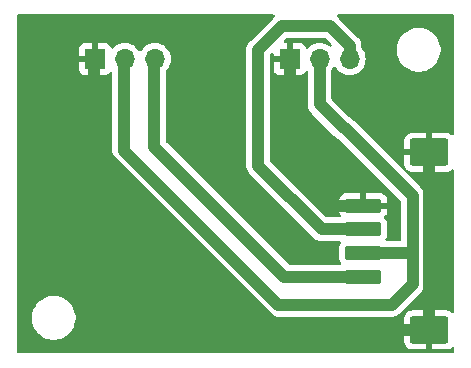
<source format=gbr>
%TF.GenerationSoftware,KiCad,Pcbnew,8.0.1*%
%TF.CreationDate,2024-05-29T15:12:31+02:00*%
%TF.ProjectId,SignalsPort,5369676e-616c-4735-906f-72742e6b6963,rev?*%
%TF.SameCoordinates,Original*%
%TF.FileFunction,Copper,L1,Top*%
%TF.FilePolarity,Positive*%
%FSLAX46Y46*%
G04 Gerber Fmt 4.6, Leading zero omitted, Abs format (unit mm)*
G04 Created by KiCad (PCBNEW 8.0.1) date 2024-05-29 15:12:31*
%MOMM*%
%LPD*%
G01*
G04 APERTURE LIST*
G04 Aperture macros list*
%AMRoundRect*
0 Rectangle with rounded corners*
0 $1 Rounding radius*
0 $2 $3 $4 $5 $6 $7 $8 $9 X,Y pos of 4 corners*
0 Add a 4 corners polygon primitive as box body*
4,1,4,$2,$3,$4,$5,$6,$7,$8,$9,$2,$3,0*
0 Add four circle primitives for the rounded corners*
1,1,$1+$1,$2,$3*
1,1,$1+$1,$4,$5*
1,1,$1+$1,$6,$7*
1,1,$1+$1,$8,$9*
0 Add four rect primitives between the rounded corners*
20,1,$1+$1,$2,$3,$4,$5,0*
20,1,$1+$1,$4,$5,$6,$7,0*
20,1,$1+$1,$6,$7,$8,$9,0*
20,1,$1+$1,$8,$9,$2,$3,0*%
G04 Aperture macros list end*
%TA.AperFunction,SMDPad,CuDef*%
%ADD10RoundRect,0.250001X1.399999X-0.899999X1.399999X0.899999X-1.399999X0.899999X-1.399999X-0.899999X0*%
%TD*%
%TA.AperFunction,SMDPad,CuDef*%
%ADD11RoundRect,0.250000X1.300000X-0.350000X1.300000X0.350000X-1.300000X0.350000X-1.300000X-0.350000X0*%
%TD*%
%TA.AperFunction,ComponentPad*%
%ADD12R,1.700000X1.700000*%
%TD*%
%TA.AperFunction,ComponentPad*%
%ADD13O,1.700000X1.700000*%
%TD*%
%TA.AperFunction,Conductor*%
%ADD14C,1.000000*%
%TD*%
G04 APERTURE END LIST*
D10*
%TO.P,J3,MP*%
%TO.N,GNDREF*%
X151500000Y-98480000D03*
X151500000Y-113520000D03*
D11*
%TO.P,J3,4,Pin_4*%
X145900000Y-103000000D03*
%TO.P,J3,3,Pin_3*%
%TO.N,Net-(J1-Pin_3)*%
X145900000Y-105000000D03*
%TO.P,J3,2,Pin_2*%
%TO.N,+6V*%
X145900000Y-107000000D03*
%TO.P,J3,1,Pin_1*%
%TO.N,Net-(J2-Pin_3)*%
X145900000Y-109000000D03*
%TD*%
D12*
%TO.P,J2,1,Pin_1*%
%TO.N,GNDREF*%
X123175000Y-90575000D03*
D13*
%TO.P,J2,2,Pin_2*%
%TO.N,+6V*%
X125715000Y-90575000D03*
%TO.P,J2,3,Pin_3*%
%TO.N,Net-(J2-Pin_3)*%
X128255000Y-90575000D03*
%TD*%
D12*
%TO.P,J1,1,Pin_1*%
%TO.N,GNDREF*%
X139675000Y-90575000D03*
D13*
%TO.P,J1,2,Pin_2*%
%TO.N,+6V*%
X142215000Y-90575000D03*
%TO.P,J1,3,Pin_3*%
%TO.N,Net-(J1-Pin_3)*%
X144755000Y-90575000D03*
%TD*%
D14*
%TO.N,Net-(J1-Pin_3)*%
X137000000Y-89800000D02*
X137000000Y-99600000D01*
X139000000Y-87800000D02*
X137000000Y-89800000D01*
X143100000Y-87800000D02*
X139000000Y-87800000D01*
X142400000Y-105000000D02*
X145900000Y-105000000D01*
X144755000Y-89455000D02*
X143100000Y-87800000D01*
X144755000Y-90575000D02*
X144755000Y-89455000D01*
X137000000Y-99600000D02*
X142400000Y-105000000D01*
%TO.N,+6V*%
X150100000Y-102200000D02*
X150100000Y-107000000D01*
X144340000Y-96440000D02*
X150100000Y-102200000D01*
X144240000Y-96440000D02*
X144340000Y-96440000D01*
X142215000Y-94415000D02*
X144240000Y-96440000D01*
X142215000Y-90575000D02*
X142215000Y-94415000D01*
%TO.N,GNDREF*%
X139675000Y-99275000D02*
X139675000Y-90575000D01*
X143400000Y-103000000D02*
X139675000Y-99275000D01*
X145900000Y-103000000D02*
X143400000Y-103000000D01*
%TO.N,Net-(J2-Pin_3)*%
X128200000Y-98000000D02*
X139200000Y-109000000D01*
X128200000Y-90630000D02*
X128200000Y-98000000D01*
X128255000Y-90575000D02*
X128200000Y-90630000D01*
X139200000Y-109000000D02*
X145900000Y-109000000D01*
%TO.N,+6V*%
X138700000Y-111400000D02*
X125660000Y-98360000D01*
X150100000Y-109600000D02*
X148300000Y-111400000D01*
X148300000Y-111400000D02*
X138700000Y-111400000D01*
X125660000Y-98360000D02*
X125660000Y-90630000D01*
X125660000Y-90630000D02*
X125715000Y-90575000D01*
X150100000Y-107000000D02*
X150100000Y-109600000D01*
%TO.N,GNDREF*%
X123120000Y-90630000D02*
X123175000Y-90575000D01*
X138840102Y-113520000D02*
X123120000Y-97799898D01*
X151500000Y-113520000D02*
X138840102Y-113520000D01*
X123120000Y-97799898D02*
X123120000Y-90630000D01*
X151500000Y-113520000D02*
X151500000Y-98480000D01*
%TO.N,+6V*%
X145900000Y-107000000D02*
X150100000Y-107000000D01*
%TD*%
%TA.AperFunction,Conductor*%
%TO.N,GNDREF*%
G36*
X138353647Y-86820185D02*
G01*
X138399402Y-86872989D01*
X138409346Y-86942147D01*
X138380321Y-87005703D01*
X138365275Y-87020352D01*
X138362218Y-87022860D01*
X138292540Y-87092539D01*
X138222861Y-87162218D01*
X138222858Y-87162221D01*
X136362221Y-89022858D01*
X136362218Y-89022861D01*
X136301726Y-89083353D01*
X136222859Y-89162219D01*
X136113371Y-89326079D01*
X136113364Y-89326092D01*
X136037950Y-89508160D01*
X136037947Y-89508170D01*
X135999500Y-89701456D01*
X135999500Y-89701459D01*
X135999500Y-99698541D01*
X135999500Y-99698543D01*
X135999499Y-99698543D01*
X136037947Y-99891829D01*
X136037950Y-99891839D01*
X136113364Y-100073907D01*
X136113371Y-100073920D01*
X136222860Y-100237781D01*
X136222863Y-100237785D01*
X136366537Y-100381459D01*
X136366559Y-100381479D01*
X141619735Y-105634655D01*
X141619764Y-105634686D01*
X141762214Y-105777136D01*
X141762218Y-105777139D01*
X141926079Y-105886628D01*
X141926092Y-105886635D01*
X142054833Y-105939961D01*
X142097744Y-105957735D01*
X142108164Y-105962051D01*
X142204812Y-105981275D01*
X142240098Y-105988294D01*
X142301458Y-106000500D01*
X142301459Y-106000500D01*
X142301460Y-106000500D01*
X142498540Y-106000500D01*
X143896659Y-106000500D01*
X143963698Y-106020185D01*
X144009453Y-106072989D01*
X144019397Y-106142147D01*
X144002198Y-106189596D01*
X143915189Y-106330659D01*
X143915186Y-106330666D01*
X143860001Y-106497203D01*
X143860001Y-106497204D01*
X143860000Y-106497204D01*
X143849500Y-106599983D01*
X143849500Y-107400001D01*
X143849501Y-107400019D01*
X143860000Y-107502796D01*
X143860001Y-107502799D01*
X143915185Y-107669331D01*
X143915189Y-107669340D01*
X144002198Y-107810404D01*
X144020638Y-107877796D01*
X143999715Y-107944459D01*
X143946073Y-107989229D01*
X143896659Y-107999500D01*
X139665782Y-107999500D01*
X139598743Y-107979815D01*
X139578101Y-107963181D01*
X129236819Y-97621899D01*
X129203334Y-97560576D01*
X129200500Y-97534218D01*
X129200500Y-91590758D01*
X129220185Y-91523719D01*
X129236819Y-91503077D01*
X129255500Y-91484396D01*
X129293495Y-91446401D01*
X129429035Y-91252830D01*
X129528903Y-91038663D01*
X129590063Y-90810408D01*
X129610659Y-90575000D01*
X129590063Y-90339592D01*
X129528903Y-90111337D01*
X129429035Y-89897171D01*
X129423425Y-89889158D01*
X129293494Y-89703597D01*
X129126402Y-89536506D01*
X129126395Y-89536501D01*
X129115021Y-89528537D01*
X129083447Y-89506428D01*
X128932834Y-89400967D01*
X128932830Y-89400965D01*
X128861727Y-89367809D01*
X128718663Y-89301097D01*
X128718659Y-89301096D01*
X128718655Y-89301094D01*
X128490413Y-89239938D01*
X128490403Y-89239936D01*
X128255001Y-89219341D01*
X128254999Y-89219341D01*
X128019596Y-89239936D01*
X128019586Y-89239938D01*
X127791344Y-89301094D01*
X127791335Y-89301098D01*
X127577171Y-89400964D01*
X127577169Y-89400965D01*
X127383597Y-89536505D01*
X127216505Y-89703597D01*
X127086575Y-89889158D01*
X127031998Y-89932783D01*
X126962500Y-89939977D01*
X126900145Y-89908454D01*
X126883425Y-89889158D01*
X126753494Y-89703597D01*
X126586402Y-89536506D01*
X126586395Y-89536501D01*
X126575021Y-89528537D01*
X126543447Y-89506428D01*
X126392834Y-89400967D01*
X126392830Y-89400965D01*
X126321727Y-89367809D01*
X126178663Y-89301097D01*
X126178659Y-89301096D01*
X126178655Y-89301094D01*
X125950413Y-89239938D01*
X125950403Y-89239936D01*
X125715001Y-89219341D01*
X125714999Y-89219341D01*
X125479596Y-89239936D01*
X125479586Y-89239938D01*
X125251344Y-89301094D01*
X125251335Y-89301098D01*
X125037171Y-89400964D01*
X125037169Y-89400965D01*
X124843600Y-89536503D01*
X124721284Y-89658819D01*
X124659961Y-89692303D01*
X124590269Y-89687319D01*
X124534336Y-89645447D01*
X124517421Y-89614470D01*
X124468354Y-89482913D01*
X124468350Y-89482906D01*
X124382190Y-89367812D01*
X124382187Y-89367809D01*
X124267093Y-89281649D01*
X124267086Y-89281645D01*
X124132379Y-89231403D01*
X124132372Y-89231401D01*
X124072844Y-89225000D01*
X123425000Y-89225000D01*
X123425000Y-90141988D01*
X123367993Y-90109075D01*
X123240826Y-90075000D01*
X123109174Y-90075000D01*
X122982007Y-90109075D01*
X122925000Y-90141988D01*
X122925000Y-89225000D01*
X122277155Y-89225000D01*
X122217627Y-89231401D01*
X122217620Y-89231403D01*
X122082913Y-89281645D01*
X122082906Y-89281649D01*
X121967812Y-89367809D01*
X121967809Y-89367812D01*
X121881649Y-89482906D01*
X121881645Y-89482913D01*
X121831403Y-89617620D01*
X121831401Y-89617627D01*
X121825000Y-89677155D01*
X121825000Y-90325000D01*
X122741988Y-90325000D01*
X122709075Y-90382007D01*
X122675000Y-90509174D01*
X122675000Y-90640826D01*
X122709075Y-90767993D01*
X122741988Y-90825000D01*
X121825000Y-90825000D01*
X121825000Y-91472844D01*
X121831401Y-91532372D01*
X121831403Y-91532379D01*
X121881645Y-91667086D01*
X121881649Y-91667093D01*
X121967809Y-91782187D01*
X121967812Y-91782190D01*
X122082906Y-91868350D01*
X122082913Y-91868354D01*
X122217620Y-91918596D01*
X122217627Y-91918598D01*
X122277155Y-91924999D01*
X122277172Y-91925000D01*
X122925000Y-91925000D01*
X122925000Y-91008012D01*
X122982007Y-91040925D01*
X123109174Y-91075000D01*
X123240826Y-91075000D01*
X123367993Y-91040925D01*
X123425000Y-91008012D01*
X123425000Y-91925000D01*
X124072828Y-91925000D01*
X124072844Y-91924999D01*
X124132372Y-91918598D01*
X124132379Y-91918596D01*
X124267086Y-91868354D01*
X124267093Y-91868350D01*
X124382186Y-91782190D01*
X124436233Y-91709995D01*
X124492167Y-91668124D01*
X124561859Y-91663140D01*
X124623182Y-91696625D01*
X124656666Y-91757949D01*
X124659500Y-91784306D01*
X124659500Y-98458544D01*
X124695152Y-98637779D01*
X124697948Y-98651834D01*
X124697949Y-98651838D01*
X124773364Y-98833907D01*
X124773371Y-98833920D01*
X124882860Y-98997781D01*
X124882863Y-98997785D01*
X125026537Y-99141459D01*
X125026559Y-99141479D01*
X137919735Y-112034655D01*
X137919764Y-112034686D01*
X138062214Y-112177136D01*
X138062218Y-112177139D01*
X138226079Y-112286628D01*
X138226092Y-112286635D01*
X138354833Y-112339961D01*
X138397744Y-112357735D01*
X138408164Y-112362051D01*
X138504812Y-112381275D01*
X138553135Y-112390887D01*
X138601458Y-112400500D01*
X138601459Y-112400500D01*
X148398542Y-112400500D01*
X148417870Y-112396655D01*
X148495188Y-112381275D01*
X148591836Y-112362051D01*
X148645165Y-112339961D01*
X148773914Y-112286632D01*
X148937782Y-112177139D01*
X149077139Y-112037782D01*
X149077139Y-112037780D01*
X149087347Y-112027573D01*
X149087348Y-112027570D01*
X150877139Y-110237782D01*
X150986631Y-110073915D01*
X150986632Y-110073914D01*
X151062051Y-109891835D01*
X151100500Y-109698541D01*
X151100500Y-106901459D01*
X151100500Y-102101459D01*
X151100500Y-102101456D01*
X151062052Y-101908170D01*
X151062051Y-101908169D01*
X151062051Y-101908165D01*
X151058669Y-101900000D01*
X150986635Y-101726092D01*
X150986628Y-101726079D01*
X150877139Y-101562218D01*
X150877136Y-101562214D01*
X150734686Y-101419764D01*
X150734655Y-101419735D01*
X149482995Y-100168075D01*
X149449510Y-100106752D01*
X149454494Y-100037060D01*
X149491559Y-99987547D01*
X149449019Y-100023052D01*
X149379689Y-100031713D01*
X149316681Y-100001517D01*
X149311924Y-99997004D01*
X148044920Y-98730000D01*
X149350000Y-98730000D01*
X149350000Y-99429985D01*
X149360493Y-99532689D01*
X149360494Y-99532696D01*
X149415641Y-99699118D01*
X149415643Y-99699123D01*
X149505144Y-99844226D01*
X149523584Y-99911619D01*
X149502661Y-99978282D01*
X149501584Y-99979180D01*
X149561830Y-99956710D01*
X149630103Y-99971562D01*
X149635773Y-99974855D01*
X149780876Y-100064356D01*
X149780881Y-100064358D01*
X149947303Y-100119505D01*
X149947310Y-100119506D01*
X150050014Y-100129999D01*
X150050027Y-100130000D01*
X151250000Y-100130000D01*
X151250000Y-98730000D01*
X149350000Y-98730000D01*
X148044920Y-98730000D01*
X147544920Y-98230000D01*
X149350000Y-98230000D01*
X151250000Y-98230000D01*
X151250000Y-96830000D01*
X150050014Y-96830000D01*
X149947310Y-96840493D01*
X149947303Y-96840494D01*
X149780881Y-96895641D01*
X149780876Y-96895643D01*
X149631655Y-96987684D01*
X149507684Y-97111655D01*
X149415643Y-97260876D01*
X149415641Y-97260881D01*
X149360494Y-97427303D01*
X149360493Y-97427310D01*
X149350000Y-97530014D01*
X149350000Y-98230000D01*
X147544920Y-98230000D01*
X145121479Y-95806559D01*
X145121459Y-95806537D01*
X144977785Y-95662863D01*
X144977781Y-95662860D01*
X144813920Y-95553371D01*
X144813910Y-95553366D01*
X144758813Y-95530544D01*
X144718585Y-95503664D01*
X143251819Y-94036898D01*
X143218334Y-93975575D01*
X143215500Y-93949217D01*
X143215500Y-91535758D01*
X143235185Y-91468719D01*
X143251819Y-91448077D01*
X143253495Y-91446401D01*
X143383426Y-91260841D01*
X143438002Y-91217217D01*
X143507500Y-91210023D01*
X143569855Y-91241546D01*
X143586575Y-91260842D01*
X143716500Y-91446395D01*
X143716505Y-91446401D01*
X143883599Y-91613495D01*
X143960135Y-91667086D01*
X144077165Y-91749032D01*
X144077167Y-91749033D01*
X144077170Y-91749035D01*
X144291337Y-91848903D01*
X144519592Y-91910063D01*
X144690319Y-91925000D01*
X144754999Y-91930659D01*
X144755000Y-91930659D01*
X144755001Y-91930659D01*
X144819681Y-91925000D01*
X144990408Y-91910063D01*
X145218663Y-91848903D01*
X145432830Y-91749035D01*
X145626401Y-91613495D01*
X145793495Y-91446401D01*
X145929035Y-91252830D01*
X146028903Y-91038663D01*
X146090063Y-90810408D01*
X146110659Y-90575000D01*
X146090063Y-90339592D01*
X146028903Y-90111337D01*
X145940281Y-89921288D01*
X148749500Y-89921288D01*
X148774998Y-90114972D01*
X148781162Y-90161789D01*
X148788529Y-90189282D01*
X148843947Y-90396104D01*
X148936773Y-90620205D01*
X148936776Y-90620212D01*
X149058064Y-90830289D01*
X149058066Y-90830292D01*
X149058067Y-90830293D01*
X149205733Y-91022736D01*
X149205739Y-91022743D01*
X149377256Y-91194260D01*
X149377263Y-91194266D01*
X149453591Y-91252834D01*
X149569711Y-91341936D01*
X149779788Y-91463224D01*
X150003900Y-91556054D01*
X150238211Y-91618838D01*
X150418586Y-91642584D01*
X150478711Y-91650500D01*
X150478712Y-91650500D01*
X150721289Y-91650500D01*
X150769388Y-91644167D01*
X150961789Y-91618838D01*
X151196100Y-91556054D01*
X151420212Y-91463224D01*
X151630289Y-91341936D01*
X151822738Y-91194265D01*
X151994265Y-91022738D01*
X152141936Y-90830289D01*
X152263224Y-90620212D01*
X152356054Y-90396100D01*
X152418838Y-90161789D01*
X152450500Y-89921288D01*
X152450500Y-89678712D01*
X152418838Y-89438211D01*
X152356054Y-89203900D01*
X152263224Y-88979788D01*
X152141936Y-88769711D01*
X151994265Y-88577262D01*
X151994260Y-88577256D01*
X151822743Y-88405739D01*
X151822736Y-88405733D01*
X151630293Y-88258067D01*
X151630292Y-88258066D01*
X151630289Y-88258064D01*
X151420212Y-88136776D01*
X151420205Y-88136773D01*
X151196104Y-88043947D01*
X150961785Y-87981161D01*
X150721289Y-87949500D01*
X150721288Y-87949500D01*
X150478712Y-87949500D01*
X150478711Y-87949500D01*
X150238214Y-87981161D01*
X150003895Y-88043947D01*
X149779794Y-88136773D01*
X149779785Y-88136777D01*
X149569706Y-88258067D01*
X149377263Y-88405733D01*
X149377256Y-88405739D01*
X149205739Y-88577256D01*
X149205733Y-88577263D01*
X149058067Y-88769706D01*
X148936777Y-88979785D01*
X148936773Y-88979794D01*
X148843947Y-89203895D01*
X148781161Y-89438214D01*
X148749500Y-89678711D01*
X148749500Y-89921288D01*
X145940281Y-89921288D01*
X145929035Y-89897171D01*
X145923425Y-89889158D01*
X145793494Y-89703597D01*
X145791819Y-89701922D01*
X145791315Y-89701000D01*
X145790014Y-89699449D01*
X145790325Y-89699187D01*
X145758334Y-89640599D01*
X145755500Y-89614241D01*
X145755500Y-89356456D01*
X145717051Y-89163166D01*
X145716660Y-89162222D01*
X145716658Y-89162218D01*
X145685811Y-89087745D01*
X145658934Y-89022858D01*
X145641635Y-88981093D01*
X145641634Y-88981092D01*
X145641632Y-88981086D01*
X145545236Y-88836819D01*
X145532140Y-88817219D01*
X145484627Y-88769706D01*
X145392782Y-88677861D01*
X145392781Y-88677860D01*
X143884208Y-87169288D01*
X143884206Y-87169285D01*
X143884206Y-87169286D01*
X143877139Y-87162219D01*
X143877139Y-87162218D01*
X143737782Y-87022861D01*
X143737781Y-87022860D01*
X143734725Y-87020352D01*
X143733554Y-87018633D01*
X143733474Y-87018553D01*
X143733489Y-87018537D01*
X143695392Y-86962605D01*
X143693523Y-86892761D01*
X143729711Y-86832993D01*
X143792468Y-86802278D01*
X143813392Y-86800500D01*
X153475500Y-86800500D01*
X153542539Y-86820185D01*
X153588294Y-86872989D01*
X153599500Y-86924500D01*
X153599500Y-96919478D01*
X153579815Y-96986517D01*
X153527011Y-97032272D01*
X153457853Y-97042216D01*
X153394297Y-97013191D01*
X153387819Y-97007159D01*
X153368344Y-96987684D01*
X153219123Y-96895643D01*
X153219118Y-96895641D01*
X153052696Y-96840494D01*
X153052689Y-96840493D01*
X152949985Y-96830000D01*
X151750000Y-96830000D01*
X151750000Y-100130000D01*
X152949973Y-100130000D01*
X152949985Y-100129999D01*
X153052689Y-100119506D01*
X153052696Y-100119505D01*
X153219118Y-100064358D01*
X153219123Y-100064356D01*
X153368344Y-99972315D01*
X153387819Y-99952841D01*
X153449142Y-99919356D01*
X153518834Y-99924340D01*
X153574767Y-99966212D01*
X153599184Y-100031676D01*
X153599500Y-100040522D01*
X153599500Y-111959478D01*
X153579815Y-112026517D01*
X153527011Y-112072272D01*
X153457853Y-112082216D01*
X153394297Y-112053191D01*
X153387819Y-112047159D01*
X153368344Y-112027684D01*
X153219123Y-111935643D01*
X153219118Y-111935641D01*
X153052696Y-111880494D01*
X153052689Y-111880493D01*
X152949985Y-111870000D01*
X151750000Y-111870000D01*
X151750000Y-115170000D01*
X152949973Y-115170000D01*
X152949985Y-115169999D01*
X153052689Y-115159506D01*
X153052696Y-115159505D01*
X153219118Y-115104358D01*
X153219123Y-115104356D01*
X153368344Y-115012315D01*
X153387819Y-114992841D01*
X153449142Y-114959356D01*
X153518834Y-114964340D01*
X153574767Y-115006212D01*
X153599184Y-115071676D01*
X153599500Y-115080522D01*
X153599500Y-115375500D01*
X153579815Y-115442539D01*
X153527011Y-115488294D01*
X153475500Y-115499500D01*
X116724500Y-115499500D01*
X116657461Y-115479815D01*
X116611706Y-115427011D01*
X116600500Y-115375500D01*
X116600500Y-112621288D01*
X117849500Y-112621288D01*
X117881161Y-112861785D01*
X117943947Y-113096104D01*
X118036773Y-113320205D01*
X118036776Y-113320212D01*
X118158064Y-113530289D01*
X118158066Y-113530292D01*
X118158067Y-113530293D01*
X118305733Y-113722736D01*
X118305739Y-113722743D01*
X118477256Y-113894260D01*
X118477262Y-113894265D01*
X118669711Y-114041936D01*
X118879788Y-114163224D01*
X119103900Y-114256054D01*
X119338211Y-114318838D01*
X119518586Y-114342584D01*
X119578711Y-114350500D01*
X119578712Y-114350500D01*
X119821289Y-114350500D01*
X119869388Y-114344167D01*
X120061789Y-114318838D01*
X120296100Y-114256054D01*
X120520212Y-114163224D01*
X120730289Y-114041936D01*
X120922738Y-113894265D01*
X121047003Y-113770000D01*
X149350000Y-113770000D01*
X149350000Y-114469985D01*
X149360493Y-114572689D01*
X149360494Y-114572696D01*
X149415641Y-114739118D01*
X149415643Y-114739123D01*
X149507684Y-114888344D01*
X149631655Y-115012315D01*
X149780876Y-115104356D01*
X149780881Y-115104358D01*
X149947303Y-115159505D01*
X149947310Y-115159506D01*
X150050014Y-115169999D01*
X150050027Y-115170000D01*
X151250000Y-115170000D01*
X151250000Y-113770000D01*
X149350000Y-113770000D01*
X121047003Y-113770000D01*
X121094265Y-113722738D01*
X121241936Y-113530289D01*
X121363224Y-113320212D01*
X121384022Y-113270000D01*
X149350000Y-113270000D01*
X151250000Y-113270000D01*
X151250000Y-111870000D01*
X150050014Y-111870000D01*
X149947310Y-111880493D01*
X149947303Y-111880494D01*
X149780881Y-111935641D01*
X149780876Y-111935643D01*
X149631655Y-112027684D01*
X149507684Y-112151655D01*
X149415643Y-112300876D01*
X149415641Y-112300881D01*
X149360494Y-112467303D01*
X149360493Y-112467310D01*
X149350000Y-112570014D01*
X149350000Y-113270000D01*
X121384022Y-113270000D01*
X121456054Y-113096100D01*
X121518838Y-112861789D01*
X121550500Y-112621288D01*
X121550500Y-112378712D01*
X121548306Y-112362050D01*
X121542584Y-112318586D01*
X121518838Y-112138211D01*
X121456054Y-111903900D01*
X121363224Y-111679788D01*
X121241936Y-111469711D01*
X121094265Y-111277262D01*
X121094260Y-111277256D01*
X120922743Y-111105739D01*
X120922736Y-111105733D01*
X120730293Y-110958067D01*
X120730292Y-110958066D01*
X120730289Y-110958064D01*
X120520212Y-110836776D01*
X120520205Y-110836773D01*
X120296104Y-110743947D01*
X120061785Y-110681161D01*
X119821289Y-110649500D01*
X119821288Y-110649500D01*
X119578712Y-110649500D01*
X119578711Y-110649500D01*
X119338214Y-110681161D01*
X119103895Y-110743947D01*
X118879794Y-110836773D01*
X118879785Y-110836777D01*
X118669706Y-110958067D01*
X118477263Y-111105733D01*
X118477256Y-111105739D01*
X118305739Y-111277256D01*
X118305733Y-111277263D01*
X118158067Y-111469706D01*
X118036777Y-111679785D01*
X118036773Y-111679794D01*
X117943947Y-111903895D01*
X117881161Y-112138214D01*
X117849500Y-112378711D01*
X117849500Y-112621288D01*
X116600500Y-112621288D01*
X116600500Y-86924500D01*
X116620185Y-86857461D01*
X116672989Y-86811706D01*
X116724500Y-86800500D01*
X138286608Y-86800500D01*
X138353647Y-86820185D01*
G37*
%TD.AperFunction*%
%TA.AperFunction,Conductor*%
G36*
X138244334Y-90073100D02*
G01*
X138300267Y-90114972D01*
X138324684Y-90180436D01*
X138325000Y-90189282D01*
X138325000Y-90325000D01*
X139241988Y-90325000D01*
X139209075Y-90382007D01*
X139175000Y-90509174D01*
X139175000Y-90640826D01*
X139209075Y-90767993D01*
X139241988Y-90825000D01*
X138325000Y-90825000D01*
X138325000Y-91472844D01*
X138331401Y-91532372D01*
X138331403Y-91532379D01*
X138381645Y-91667086D01*
X138381649Y-91667093D01*
X138467809Y-91782187D01*
X138467812Y-91782190D01*
X138582906Y-91868350D01*
X138582913Y-91868354D01*
X138717620Y-91918596D01*
X138717627Y-91918598D01*
X138777155Y-91924999D01*
X138777172Y-91925000D01*
X139425000Y-91925000D01*
X139425000Y-91008012D01*
X139482007Y-91040925D01*
X139609174Y-91075000D01*
X139740826Y-91075000D01*
X139867993Y-91040925D01*
X139925000Y-91008012D01*
X139925000Y-91925000D01*
X140572828Y-91925000D01*
X140572844Y-91924999D01*
X140632372Y-91918598D01*
X140632379Y-91918596D01*
X140767086Y-91868354D01*
X140767093Y-91868350D01*
X140882187Y-91782190D01*
X140882190Y-91782187D01*
X140968350Y-91667093D01*
X140968354Y-91667086D01*
X140974318Y-91651097D01*
X141016189Y-91595163D01*
X141081653Y-91570746D01*
X141149926Y-91585597D01*
X141199332Y-91635002D01*
X141214500Y-91694430D01*
X141214500Y-94513541D01*
X141214500Y-94513543D01*
X141214499Y-94513543D01*
X141252947Y-94706829D01*
X141252950Y-94706839D01*
X141328364Y-94888907D01*
X141328371Y-94888920D01*
X141437859Y-95052780D01*
X141437860Y-95052781D01*
X141437861Y-95052782D01*
X141577218Y-95192139D01*
X141577219Y-95192139D01*
X141584286Y-95199206D01*
X141584285Y-95199206D01*
X141584288Y-95199208D01*
X143462860Y-97077781D01*
X143462861Y-97077782D01*
X143602218Y-97217139D01*
X143602219Y-97217140D01*
X143766079Y-97326628D01*
X143766086Y-97326632D01*
X143821187Y-97349455D01*
X143861415Y-97376335D01*
X149063181Y-102578101D01*
X149096666Y-102639424D01*
X149099500Y-102665782D01*
X149099500Y-105875500D01*
X149079815Y-105942539D01*
X149027011Y-105988294D01*
X148975500Y-105999500D01*
X147903341Y-105999500D01*
X147836302Y-105979815D01*
X147790547Y-105927011D01*
X147780603Y-105857853D01*
X147797802Y-105810404D01*
X147884810Y-105669340D01*
X147884814Y-105669334D01*
X147939999Y-105502797D01*
X147950500Y-105400009D01*
X147950499Y-104599992D01*
X147939999Y-104497203D01*
X147884814Y-104330666D01*
X147792712Y-104181344D01*
X147698695Y-104087327D01*
X147665210Y-104026004D01*
X147670194Y-103956312D01*
X147698695Y-103911964D01*
X147792317Y-103818342D01*
X147884356Y-103669124D01*
X147884358Y-103669119D01*
X147939505Y-103502697D01*
X147939506Y-103502690D01*
X147949999Y-103399986D01*
X147950000Y-103399973D01*
X147950000Y-103250000D01*
X143850001Y-103250000D01*
X143850001Y-103399986D01*
X143860494Y-103502697D01*
X143915641Y-103669119D01*
X143915643Y-103669124D01*
X144002785Y-103810403D01*
X144021225Y-103877796D01*
X144000302Y-103944459D01*
X143946660Y-103989229D01*
X143897246Y-103999500D01*
X142865782Y-103999500D01*
X142798743Y-103979815D01*
X142778101Y-103963181D01*
X141564920Y-102750000D01*
X143850000Y-102750000D01*
X145650000Y-102750000D01*
X145650000Y-101900000D01*
X146150000Y-101900000D01*
X146150000Y-102750000D01*
X147949999Y-102750000D01*
X147949999Y-102600028D01*
X147949998Y-102600013D01*
X147939505Y-102497302D01*
X147884358Y-102330880D01*
X147884356Y-102330875D01*
X147792315Y-102181654D01*
X147668345Y-102057684D01*
X147519124Y-101965643D01*
X147519119Y-101965641D01*
X147352697Y-101910494D01*
X147352690Y-101910493D01*
X147249986Y-101900000D01*
X146150000Y-101900000D01*
X145650000Y-101900000D01*
X144550028Y-101900000D01*
X144550012Y-101900001D01*
X144447302Y-101910494D01*
X144280880Y-101965641D01*
X144280875Y-101965643D01*
X144131654Y-102057684D01*
X144007684Y-102181654D01*
X143915643Y-102330875D01*
X143915641Y-102330880D01*
X143860494Y-102497302D01*
X143860493Y-102497309D01*
X143850000Y-102600013D01*
X143850000Y-102750000D01*
X141564920Y-102750000D01*
X138036819Y-99221899D01*
X138003334Y-99160576D01*
X138000500Y-99134218D01*
X138000500Y-90265782D01*
X138020185Y-90198743D01*
X138036819Y-90178101D01*
X138113319Y-90101601D01*
X138174642Y-90068116D01*
X138244334Y-90073100D01*
G37*
%TD.AperFunction*%
%TA.AperFunction,Conductor*%
G36*
X142701257Y-88820185D02*
G01*
X142721898Y-88836818D01*
X143202252Y-89317173D01*
X143235737Y-89378495D01*
X143230753Y-89448187D01*
X143188881Y-89504120D01*
X143123417Y-89528537D01*
X143055144Y-89513685D01*
X143043448Y-89506428D01*
X142892834Y-89400967D01*
X142892830Y-89400965D01*
X142821727Y-89367809D01*
X142678663Y-89301097D01*
X142678659Y-89301096D01*
X142678655Y-89301094D01*
X142450413Y-89239938D01*
X142450403Y-89239936D01*
X142215001Y-89219341D01*
X142214999Y-89219341D01*
X141979596Y-89239936D01*
X141979586Y-89239938D01*
X141751344Y-89301094D01*
X141751335Y-89301098D01*
X141537171Y-89400964D01*
X141537169Y-89400965D01*
X141343600Y-89536503D01*
X141221284Y-89658819D01*
X141159961Y-89692303D01*
X141090269Y-89687319D01*
X141034336Y-89645447D01*
X141017421Y-89614470D01*
X140968354Y-89482913D01*
X140968350Y-89482906D01*
X140882190Y-89367812D01*
X140882187Y-89367809D01*
X140767093Y-89281649D01*
X140767086Y-89281645D01*
X140632379Y-89231403D01*
X140632372Y-89231401D01*
X140572844Y-89225000D01*
X139925000Y-89225000D01*
X139925000Y-90141988D01*
X139867993Y-90109075D01*
X139740826Y-90075000D01*
X139609174Y-90075000D01*
X139482007Y-90109075D01*
X139425000Y-90141988D01*
X139425000Y-89225000D01*
X139289282Y-89225000D01*
X139222243Y-89205315D01*
X139176488Y-89152511D01*
X139166544Y-89083353D01*
X139195569Y-89019797D01*
X139201601Y-89013319D01*
X139378101Y-88836819D01*
X139439424Y-88803334D01*
X139465782Y-88800500D01*
X142634218Y-88800500D01*
X142701257Y-88820185D01*
G37*
%TD.AperFunction*%
%TD*%
M02*

</source>
